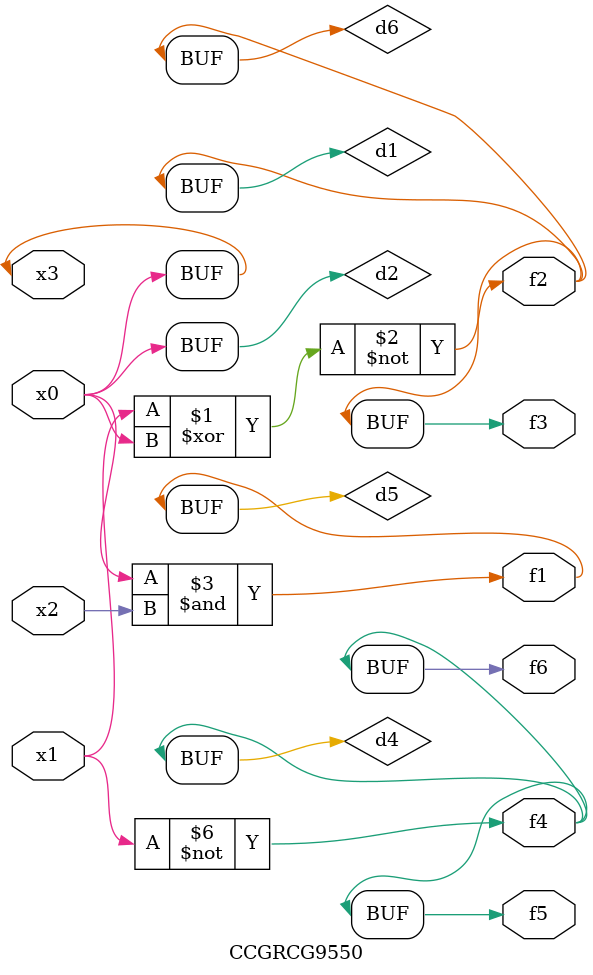
<source format=v>
module CCGRCG9550(
	input x0, x1, x2, x3,
	output f1, f2, f3, f4, f5, f6
);

	wire d1, d2, d3, d4, d5, d6;

	xnor (d1, x1, x3);
	buf (d2, x0, x3);
	nand (d3, x0, x2);
	not (d4, x1);
	nand (d5, d3);
	or (d6, d1);
	assign f1 = d5;
	assign f2 = d6;
	assign f3 = d6;
	assign f4 = d4;
	assign f5 = d4;
	assign f6 = d4;
endmodule

</source>
